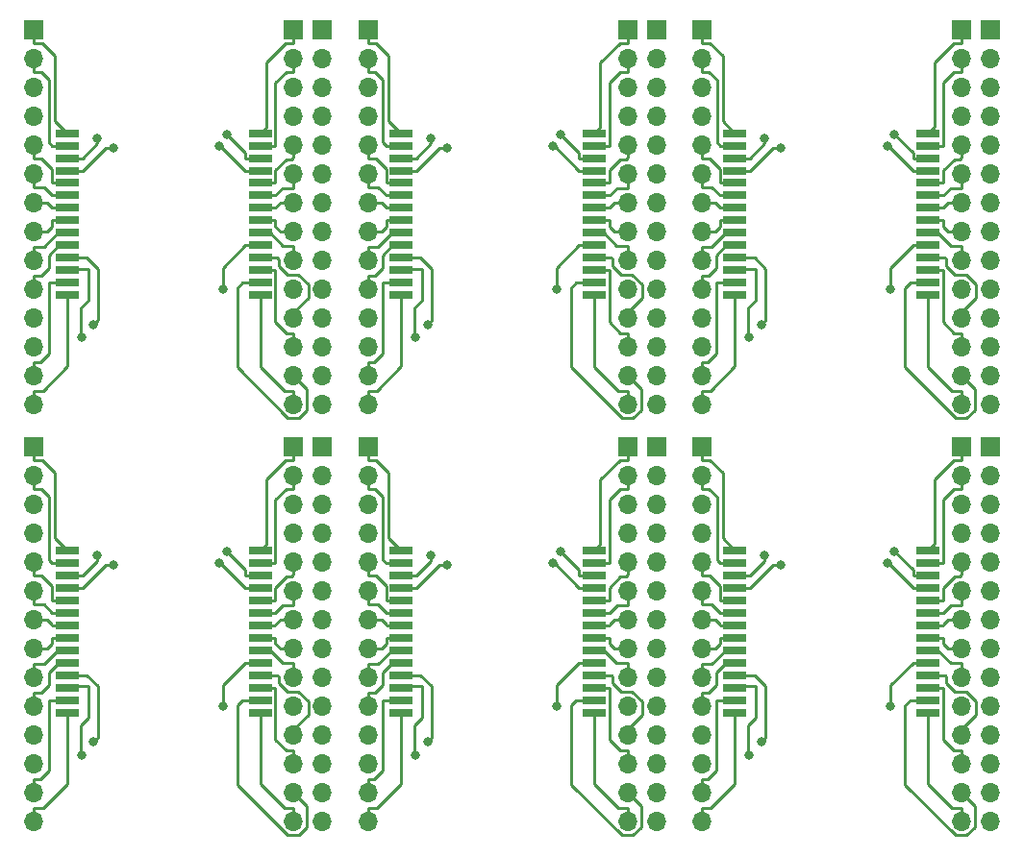
<source format=gbr>
G04 #@! TF.GenerationSoftware,KiCad,Pcbnew,5.1.5+dfsg1-2build2*
G04 #@! TF.CreationDate,2022-08-21T19:05:58-05:00*
G04 #@! TF.ProjectId,,58585858-5858-4585-9858-585858585858,rev?*
G04 #@! TF.SameCoordinates,Original*
G04 #@! TF.FileFunction,Copper,L1,Top*
G04 #@! TF.FilePolarity,Positive*
%FSLAX46Y46*%
G04 Gerber Fmt 4.6, Leading zero omitted, Abs format (unit mm)*
G04 Created by KiCad (PCBNEW 5.1.5+dfsg1-2build2) date 2022-08-21 19:05:58*
%MOMM*%
%LPD*%
G04 APERTURE LIST*
%ADD10R,2.000000X0.800000*%
%ADD11R,1.700000X1.700000*%
%ADD12O,1.700000X1.700000*%
%ADD13C,0.800000*%
%ADD14C,0.250000*%
G04 APERTURE END LIST*
D10*
X154292700Y-108285720D03*
X154292700Y-107185720D03*
X154292700Y-106085720D03*
X154292700Y-104985720D03*
X154292700Y-103885720D03*
X154292700Y-102785720D03*
X154292700Y-101685720D03*
X154292700Y-100585720D03*
X154292700Y-99485720D03*
X154292700Y-98385720D03*
X154292700Y-97285720D03*
X154292700Y-96185720D03*
X154292700Y-95085720D03*
X154292700Y-93985720D03*
X171292700Y-108285720D03*
X171292700Y-107185720D03*
X171292700Y-106085720D03*
X171292700Y-104985720D03*
X171292700Y-103885720D03*
X171292700Y-102785720D03*
X171292700Y-101685720D03*
X171292700Y-100585720D03*
X171292700Y-99485720D03*
X171292700Y-98385720D03*
X171292700Y-97285720D03*
X171292700Y-96185720D03*
X171292700Y-95085720D03*
X171292700Y-93985720D03*
X124892700Y-108285720D03*
X124892700Y-107185720D03*
X124892700Y-106085720D03*
X124892700Y-104985720D03*
X124892700Y-103885720D03*
X124892700Y-102785720D03*
X124892700Y-101685720D03*
X124892700Y-100585720D03*
X124892700Y-99485720D03*
X124892700Y-98385720D03*
X124892700Y-97285720D03*
X124892700Y-96185720D03*
X124892700Y-95085720D03*
X124892700Y-93985720D03*
X141892700Y-108285720D03*
X141892700Y-107185720D03*
X141892700Y-106085720D03*
X141892700Y-104985720D03*
X141892700Y-103885720D03*
X141892700Y-102785720D03*
X141892700Y-101685720D03*
X141892700Y-100585720D03*
X141892700Y-99485720D03*
X141892700Y-98385720D03*
X141892700Y-97285720D03*
X141892700Y-96185720D03*
X141892700Y-95085720D03*
X141892700Y-93985720D03*
X95492700Y-108285720D03*
X95492700Y-107185720D03*
X95492700Y-106085720D03*
X95492700Y-104985720D03*
X95492700Y-103885720D03*
X95492700Y-102785720D03*
X95492700Y-101685720D03*
X95492700Y-100585720D03*
X95492700Y-99485720D03*
X95492700Y-98385720D03*
X95492700Y-97285720D03*
X95492700Y-96185720D03*
X95492700Y-95085720D03*
X95492700Y-93985720D03*
X112492700Y-108285720D03*
X112492700Y-107185720D03*
X112492700Y-106085720D03*
X112492700Y-104985720D03*
X112492700Y-103885720D03*
X112492700Y-102785720D03*
X112492700Y-101685720D03*
X112492700Y-100585720D03*
X112492700Y-99485720D03*
X112492700Y-98385720D03*
X112492700Y-97285720D03*
X112492700Y-96185720D03*
X112492700Y-95085720D03*
X112492700Y-93985720D03*
X154292700Y-71525720D03*
X154292700Y-70425720D03*
X154292700Y-69325720D03*
X154292700Y-68225720D03*
X154292700Y-67125720D03*
X154292700Y-66025720D03*
X154292700Y-64925720D03*
X154292700Y-63825720D03*
X154292700Y-62725720D03*
X154292700Y-61625720D03*
X154292700Y-60525720D03*
X154292700Y-59425720D03*
X154292700Y-58325720D03*
X154292700Y-57225720D03*
X171292700Y-71525720D03*
X171292700Y-70425720D03*
X171292700Y-69325720D03*
X171292700Y-68225720D03*
X171292700Y-67125720D03*
X171292700Y-66025720D03*
X171292700Y-64925720D03*
X171292700Y-63825720D03*
X171292700Y-62725720D03*
X171292700Y-61625720D03*
X171292700Y-60525720D03*
X171292700Y-59425720D03*
X171292700Y-58325720D03*
X171292700Y-57225720D03*
X124892700Y-71525720D03*
X124892700Y-70425720D03*
X124892700Y-69325720D03*
X124892700Y-68225720D03*
X124892700Y-67125720D03*
X124892700Y-66025720D03*
X124892700Y-64925720D03*
X124892700Y-63825720D03*
X124892700Y-62725720D03*
X124892700Y-61625720D03*
X124892700Y-60525720D03*
X124892700Y-59425720D03*
X124892700Y-58325720D03*
X124892700Y-57225720D03*
X141892700Y-71525720D03*
X141892700Y-70425720D03*
X141892700Y-69325720D03*
X141892700Y-68225720D03*
X141892700Y-67125720D03*
X141892700Y-66025720D03*
X141892700Y-64925720D03*
X141892700Y-63825720D03*
X141892700Y-62725720D03*
X141892700Y-61625720D03*
X141892700Y-60525720D03*
X141892700Y-59425720D03*
X141892700Y-58325720D03*
X141892700Y-57225720D03*
D11*
X176763800Y-84865720D03*
D12*
X176763800Y-87405720D03*
X176763800Y-89945720D03*
X176763800Y-92485720D03*
X176763800Y-95025720D03*
X176763800Y-97565720D03*
X176763800Y-100105720D03*
X176763800Y-102645720D03*
X176763800Y-105185720D03*
X176763800Y-107725720D03*
X176763800Y-110265720D03*
X176763800Y-112805720D03*
X176763800Y-115345720D03*
X176763800Y-117885720D03*
D11*
X147363800Y-84865720D03*
D12*
X147363800Y-87405720D03*
X147363800Y-89945720D03*
X147363800Y-92485720D03*
X147363800Y-95025720D03*
X147363800Y-97565720D03*
X147363800Y-100105720D03*
X147363800Y-102645720D03*
X147363800Y-105185720D03*
X147363800Y-107725720D03*
X147363800Y-110265720D03*
X147363800Y-112805720D03*
X147363800Y-115345720D03*
X147363800Y-117885720D03*
D11*
X117963800Y-84865720D03*
D12*
X117963800Y-87405720D03*
X117963800Y-89945720D03*
X117963800Y-92485720D03*
X117963800Y-95025720D03*
X117963800Y-97565720D03*
X117963800Y-100105720D03*
X117963800Y-102645720D03*
X117963800Y-105185720D03*
X117963800Y-107725720D03*
X117963800Y-110265720D03*
X117963800Y-112805720D03*
X117963800Y-115345720D03*
X117963800Y-117885720D03*
D11*
X176763800Y-48105720D03*
D12*
X176763800Y-50645720D03*
X176763800Y-53185720D03*
X176763800Y-55725720D03*
X176763800Y-58265720D03*
X176763800Y-60805720D03*
X176763800Y-63345720D03*
X176763800Y-65885720D03*
X176763800Y-68425720D03*
X176763800Y-70965720D03*
X176763800Y-73505720D03*
X176763800Y-76045720D03*
X176763800Y-78585720D03*
X176763800Y-81125720D03*
D11*
X147363800Y-48105720D03*
D12*
X147363800Y-50645720D03*
X147363800Y-53185720D03*
X147363800Y-55725720D03*
X147363800Y-58265720D03*
X147363800Y-60805720D03*
X147363800Y-63345720D03*
X147363800Y-65885720D03*
X147363800Y-68425720D03*
X147363800Y-70965720D03*
X147363800Y-73505720D03*
X147363800Y-76045720D03*
X147363800Y-78585720D03*
X147363800Y-81125720D03*
D11*
X151363800Y-84865720D03*
D12*
X151363800Y-87405720D03*
X151363800Y-89945720D03*
X151363800Y-92485720D03*
X151363800Y-95025720D03*
X151363800Y-97565720D03*
X151363800Y-100105720D03*
X151363800Y-102645720D03*
X151363800Y-105185720D03*
X151363800Y-107725720D03*
X151363800Y-110265720D03*
X151363800Y-112805720D03*
X151363800Y-115345720D03*
X151363800Y-117885720D03*
D11*
X121963800Y-84865720D03*
D12*
X121963800Y-87405720D03*
X121963800Y-89945720D03*
X121963800Y-92485720D03*
X121963800Y-95025720D03*
X121963800Y-97565720D03*
X121963800Y-100105720D03*
X121963800Y-102645720D03*
X121963800Y-105185720D03*
X121963800Y-107725720D03*
X121963800Y-110265720D03*
X121963800Y-112805720D03*
X121963800Y-115345720D03*
X121963800Y-117885720D03*
D11*
X92563800Y-84865720D03*
D12*
X92563800Y-87405720D03*
X92563800Y-89945720D03*
X92563800Y-92485720D03*
X92563800Y-95025720D03*
X92563800Y-97565720D03*
X92563800Y-100105720D03*
X92563800Y-102645720D03*
X92563800Y-105185720D03*
X92563800Y-107725720D03*
X92563800Y-110265720D03*
X92563800Y-112805720D03*
X92563800Y-115345720D03*
X92563800Y-117885720D03*
D11*
X151363800Y-48105720D03*
D12*
X151363800Y-50645720D03*
X151363800Y-53185720D03*
X151363800Y-55725720D03*
X151363800Y-58265720D03*
X151363800Y-60805720D03*
X151363800Y-63345720D03*
X151363800Y-65885720D03*
X151363800Y-68425720D03*
X151363800Y-70965720D03*
X151363800Y-73505720D03*
X151363800Y-76045720D03*
X151363800Y-78585720D03*
X151363800Y-81125720D03*
D11*
X121963800Y-48105720D03*
D12*
X121963800Y-50645720D03*
X121963800Y-53185720D03*
X121963800Y-55725720D03*
X121963800Y-58265720D03*
X121963800Y-60805720D03*
X121963800Y-63345720D03*
X121963800Y-65885720D03*
X121963800Y-68425720D03*
X121963800Y-70965720D03*
X121963800Y-73505720D03*
X121963800Y-76045720D03*
X121963800Y-78585720D03*
X121963800Y-81125720D03*
D11*
X174223800Y-84865720D03*
D12*
X174223800Y-87405720D03*
X174223800Y-89945720D03*
X174223800Y-92485720D03*
X174223800Y-95025720D03*
X174223800Y-97565720D03*
X174223800Y-100105720D03*
X174223800Y-102645720D03*
X174223800Y-105185720D03*
X174223800Y-107725720D03*
X174223800Y-110265720D03*
X174223800Y-112805720D03*
X174223800Y-115345720D03*
X174223800Y-117885720D03*
D11*
X144823800Y-84865720D03*
D12*
X144823800Y-87405720D03*
X144823800Y-89945720D03*
X144823800Y-92485720D03*
X144823800Y-95025720D03*
X144823800Y-97565720D03*
X144823800Y-100105720D03*
X144823800Y-102645720D03*
X144823800Y-105185720D03*
X144823800Y-107725720D03*
X144823800Y-110265720D03*
X144823800Y-112805720D03*
X144823800Y-115345720D03*
X144823800Y-117885720D03*
D11*
X115423800Y-84865720D03*
D12*
X115423800Y-87405720D03*
X115423800Y-89945720D03*
X115423800Y-92485720D03*
X115423800Y-95025720D03*
X115423800Y-97565720D03*
X115423800Y-100105720D03*
X115423800Y-102645720D03*
X115423800Y-105185720D03*
X115423800Y-107725720D03*
X115423800Y-110265720D03*
X115423800Y-112805720D03*
X115423800Y-115345720D03*
X115423800Y-117885720D03*
D11*
X174223800Y-48105720D03*
D12*
X174223800Y-50645720D03*
X174223800Y-53185720D03*
X174223800Y-55725720D03*
X174223800Y-58265720D03*
X174223800Y-60805720D03*
X174223800Y-63345720D03*
X174223800Y-65885720D03*
X174223800Y-68425720D03*
X174223800Y-70965720D03*
X174223800Y-73505720D03*
X174223800Y-76045720D03*
X174223800Y-78585720D03*
X174223800Y-81125720D03*
D11*
X144823800Y-48105720D03*
D12*
X144823800Y-50645720D03*
X144823800Y-53185720D03*
X144823800Y-55725720D03*
X144823800Y-58265720D03*
X144823800Y-60805720D03*
X144823800Y-63345720D03*
X144823800Y-65885720D03*
X144823800Y-68425720D03*
X144823800Y-70965720D03*
X144823800Y-73505720D03*
X144823800Y-76045720D03*
X144823800Y-78585720D03*
X144823800Y-81125720D03*
D10*
X112492700Y-57225720D03*
X112492700Y-58325720D03*
X112492700Y-59425720D03*
X112492700Y-60525720D03*
X112492700Y-61625720D03*
X112492700Y-62725720D03*
X112492700Y-63825720D03*
X112492700Y-64925720D03*
X112492700Y-66025720D03*
X112492700Y-67125720D03*
X112492700Y-68225720D03*
X112492700Y-69325720D03*
X112492700Y-70425720D03*
X112492700Y-71525720D03*
X95492700Y-57225720D03*
X95492700Y-58325720D03*
X95492700Y-59425720D03*
X95492700Y-60525720D03*
X95492700Y-61625720D03*
X95492700Y-62725720D03*
X95492700Y-63825720D03*
X95492700Y-64925720D03*
X95492700Y-66025720D03*
X95492700Y-67125720D03*
X95492700Y-68225720D03*
X95492700Y-69325720D03*
X95492700Y-70425720D03*
X95492700Y-71525720D03*
D12*
X117963800Y-81125720D03*
X117963800Y-78585720D03*
X117963800Y-76045720D03*
X117963800Y-73505720D03*
X117963800Y-70965720D03*
X117963800Y-68425720D03*
X117963800Y-65885720D03*
X117963800Y-63345720D03*
X117963800Y-60805720D03*
X117963800Y-58265720D03*
X117963800Y-55725720D03*
X117963800Y-53185720D03*
X117963800Y-50645720D03*
D11*
X117963800Y-48105720D03*
D12*
X115423800Y-81125720D03*
X115423800Y-78585720D03*
X115423800Y-76045720D03*
X115423800Y-73505720D03*
X115423800Y-70965720D03*
X115423800Y-68425720D03*
X115423800Y-65885720D03*
X115423800Y-63345720D03*
X115423800Y-60805720D03*
X115423800Y-58265720D03*
X115423800Y-55725720D03*
X115423800Y-53185720D03*
X115423800Y-50645720D03*
D11*
X115423800Y-48105720D03*
D12*
X92563800Y-81125720D03*
X92563800Y-78585720D03*
X92563800Y-76045720D03*
X92563800Y-73505720D03*
X92563800Y-70965720D03*
X92563800Y-68425720D03*
X92563800Y-65885720D03*
X92563800Y-63345720D03*
X92563800Y-60805720D03*
X92563800Y-58265720D03*
X92563800Y-55725720D03*
X92563800Y-53185720D03*
X92563800Y-50645720D03*
D11*
X92563800Y-48105720D03*
D13*
X109189520Y-70947280D03*
X138589520Y-70947280D03*
X167989520Y-70947280D03*
X109189520Y-107707280D03*
X138589520Y-107707280D03*
X167989520Y-107707280D03*
X96740800Y-75254820D03*
X126140800Y-75254820D03*
X155540800Y-75254820D03*
X96740800Y-112014820D03*
X126140800Y-112014820D03*
X155540800Y-112014820D03*
X97800160Y-74086720D03*
X127200160Y-74086720D03*
X156600160Y-74086720D03*
X97800160Y-110846720D03*
X127200160Y-110846720D03*
X156600160Y-110846720D03*
X99552760Y-58496200D03*
X128952760Y-58496200D03*
X158352760Y-58496200D03*
X99552760Y-95256200D03*
X128952760Y-95256200D03*
X158352760Y-95256200D03*
X98099880Y-57668160D03*
X127499880Y-57668160D03*
X156899880Y-57668160D03*
X98099880Y-94428160D03*
X127499880Y-94428160D03*
X156899880Y-94428160D03*
X108884720Y-58352220D03*
X138284720Y-58352220D03*
X167684720Y-58352220D03*
X108884720Y-95112220D03*
X138284720Y-95112220D03*
X167684720Y-95112220D03*
X109540040Y-57353200D03*
X138940040Y-57353200D03*
X168340040Y-57353200D03*
X109540040Y-94113200D03*
X138940040Y-94113200D03*
X168340040Y-94113200D03*
D14*
X94167400Y-58325720D02*
X95492700Y-58325720D01*
X93903800Y-58062120D02*
X94167400Y-58325720D01*
X93903800Y-52542440D02*
X93903800Y-58062120D01*
X93182380Y-51821020D02*
X93903800Y-52542440D01*
X92563800Y-51821020D02*
X93182380Y-51821020D01*
X92563800Y-50645720D02*
X92563800Y-51821020D01*
X122582380Y-51821020D02*
X123303800Y-52542440D01*
X151982380Y-51821020D02*
X152703800Y-52542440D01*
X93182380Y-88581020D02*
X93903800Y-89302440D01*
X122582380Y-88581020D02*
X123303800Y-89302440D01*
X151982380Y-88581020D02*
X152703800Y-89302440D01*
X123303800Y-52542440D02*
X123303800Y-58062120D01*
X152703800Y-52542440D02*
X152703800Y-58062120D01*
X93903800Y-89302440D02*
X93903800Y-94822120D01*
X123303800Y-89302440D02*
X123303800Y-94822120D01*
X152703800Y-89302440D02*
X152703800Y-94822120D01*
X123303800Y-58062120D02*
X123567400Y-58325720D01*
X152703800Y-58062120D02*
X152967400Y-58325720D01*
X93903800Y-94822120D02*
X94167400Y-95085720D01*
X123303800Y-94822120D02*
X123567400Y-95085720D01*
X152703800Y-94822120D02*
X152967400Y-95085720D01*
X123567400Y-58325720D02*
X124892700Y-58325720D01*
X152967400Y-58325720D02*
X154292700Y-58325720D01*
X94167400Y-95085720D02*
X95492700Y-95085720D01*
X123567400Y-95085720D02*
X124892700Y-95085720D01*
X152967400Y-95085720D02*
X154292700Y-95085720D01*
X121963800Y-50645720D02*
X121963800Y-51821020D01*
X151363800Y-50645720D02*
X151363800Y-51821020D01*
X92563800Y-87405720D02*
X92563800Y-88581020D01*
X121963800Y-87405720D02*
X121963800Y-88581020D01*
X151363800Y-87405720D02*
X151363800Y-88581020D01*
X121963800Y-51821020D02*
X122582380Y-51821020D01*
X151363800Y-51821020D02*
X151982380Y-51821020D01*
X92563800Y-88581020D02*
X93182380Y-88581020D01*
X121963800Y-88581020D02*
X122582380Y-88581020D01*
X151363800Y-88581020D02*
X151982380Y-88581020D01*
X94402200Y-50414480D02*
X94402200Y-56135220D01*
X94402200Y-56135220D02*
X95492700Y-57225720D01*
X93268740Y-49281020D02*
X94402200Y-50414480D01*
X92563800Y-49281020D02*
X93268740Y-49281020D01*
X92563800Y-48105720D02*
X92563800Y-49281020D01*
X123802200Y-56135220D02*
X124892700Y-57225720D01*
X153202200Y-56135220D02*
X154292700Y-57225720D01*
X94402200Y-92895220D02*
X95492700Y-93985720D01*
X123802200Y-92895220D02*
X124892700Y-93985720D01*
X153202200Y-92895220D02*
X154292700Y-93985720D01*
X123802200Y-50414480D02*
X123802200Y-56135220D01*
X153202200Y-50414480D02*
X153202200Y-56135220D01*
X94402200Y-87174480D02*
X94402200Y-92895220D01*
X123802200Y-87174480D02*
X123802200Y-92895220D01*
X153202200Y-87174480D02*
X153202200Y-92895220D01*
X122668740Y-49281020D02*
X123802200Y-50414480D01*
X152068740Y-49281020D02*
X153202200Y-50414480D01*
X93268740Y-86041020D02*
X94402200Y-87174480D01*
X122668740Y-86041020D02*
X123802200Y-87174480D01*
X152068740Y-86041020D02*
X153202200Y-87174480D01*
X121963800Y-48105720D02*
X121963800Y-49281020D01*
X151363800Y-48105720D02*
X151363800Y-49281020D01*
X92563800Y-84865720D02*
X92563800Y-86041020D01*
X121963800Y-84865720D02*
X121963800Y-86041020D01*
X151363800Y-84865720D02*
X151363800Y-86041020D01*
X121963800Y-49281020D02*
X122668740Y-49281020D01*
X151363800Y-49281020D02*
X152068740Y-49281020D01*
X92563800Y-86041020D02*
X93268740Y-86041020D01*
X121963800Y-86041020D02*
X122668740Y-86041020D01*
X151363800Y-86041020D02*
X152068740Y-86041020D01*
X112492700Y-63825720D02*
X113818000Y-63825720D01*
X115423800Y-63345720D02*
X114248500Y-63345720D01*
X114248500Y-63345720D02*
X113818000Y-63776220D01*
X113818000Y-63776220D02*
X113818000Y-63825720D01*
X141892700Y-63825720D02*
X143218000Y-63825720D01*
X171292700Y-63825720D02*
X172618000Y-63825720D01*
X112492700Y-100585720D02*
X113818000Y-100585720D01*
X141892700Y-100585720D02*
X143218000Y-100585720D01*
X171292700Y-100585720D02*
X172618000Y-100585720D01*
X143218000Y-63776220D02*
X143218000Y-63825720D01*
X172618000Y-63776220D02*
X172618000Y-63825720D01*
X113818000Y-100536220D02*
X113818000Y-100585720D01*
X143218000Y-100536220D02*
X143218000Y-100585720D01*
X172618000Y-100536220D02*
X172618000Y-100585720D01*
X144823800Y-63345720D02*
X143648500Y-63345720D01*
X174223800Y-63345720D02*
X173048500Y-63345720D01*
X115423800Y-100105720D02*
X114248500Y-100105720D01*
X144823800Y-100105720D02*
X143648500Y-100105720D01*
X174223800Y-100105720D02*
X173048500Y-100105720D01*
X143648500Y-63345720D02*
X143218000Y-63776220D01*
X173048500Y-63345720D02*
X172618000Y-63776220D01*
X114248500Y-100105720D02*
X113818000Y-100536220D01*
X143648500Y-100105720D02*
X143218000Y-100536220D01*
X173048500Y-100105720D02*
X172618000Y-100536220D01*
X112492700Y-64925720D02*
X113818000Y-64925720D01*
X115423800Y-65885720D02*
X114248500Y-65885720D01*
X114248500Y-65885720D02*
X113818000Y-65455220D01*
X113818000Y-65455220D02*
X113818000Y-64925720D01*
X144823800Y-65885720D02*
X143648500Y-65885720D01*
X174223800Y-65885720D02*
X173048500Y-65885720D01*
X115423800Y-102645720D02*
X114248500Y-102645720D01*
X144823800Y-102645720D02*
X143648500Y-102645720D01*
X174223800Y-102645720D02*
X173048500Y-102645720D01*
X143648500Y-65885720D02*
X143218000Y-65455220D01*
X173048500Y-65885720D02*
X172618000Y-65455220D01*
X114248500Y-102645720D02*
X113818000Y-102215220D01*
X143648500Y-102645720D02*
X143218000Y-102215220D01*
X173048500Y-102645720D02*
X172618000Y-102215220D01*
X141892700Y-64925720D02*
X143218000Y-64925720D01*
X171292700Y-64925720D02*
X172618000Y-64925720D01*
X112492700Y-101685720D02*
X113818000Y-101685720D01*
X141892700Y-101685720D02*
X143218000Y-101685720D01*
X171292700Y-101685720D02*
X172618000Y-101685720D01*
X143218000Y-65455220D02*
X143218000Y-64925720D01*
X172618000Y-65455220D02*
X172618000Y-64925720D01*
X113818000Y-102215220D02*
X113818000Y-101685720D01*
X143218000Y-102215220D02*
X143218000Y-101685720D01*
X172618000Y-102215220D02*
X172618000Y-101685720D01*
X115423800Y-67172840D02*
X115423800Y-68425720D01*
X114471120Y-67172840D02*
X115423800Y-67172840D01*
X113324000Y-66025720D02*
X114471120Y-67172840D01*
X112492700Y-66025720D02*
X113324000Y-66025720D01*
X141892700Y-66025720D02*
X142724000Y-66025720D01*
X171292700Y-66025720D02*
X172124000Y-66025720D01*
X112492700Y-102785720D02*
X113324000Y-102785720D01*
X141892700Y-102785720D02*
X142724000Y-102785720D01*
X171292700Y-102785720D02*
X172124000Y-102785720D01*
X142724000Y-66025720D02*
X143871120Y-67172840D01*
X172124000Y-66025720D02*
X173271120Y-67172840D01*
X113324000Y-102785720D02*
X114471120Y-103932840D01*
X142724000Y-102785720D02*
X143871120Y-103932840D01*
X172124000Y-102785720D02*
X173271120Y-103932840D01*
X143871120Y-67172840D02*
X144823800Y-67172840D01*
X173271120Y-67172840D02*
X174223800Y-67172840D01*
X114471120Y-103932840D02*
X115423800Y-103932840D01*
X143871120Y-103932840D02*
X144823800Y-103932840D01*
X173271120Y-103932840D02*
X174223800Y-103932840D01*
X144823800Y-67172840D02*
X144823800Y-68425720D01*
X174223800Y-67172840D02*
X174223800Y-68425720D01*
X115423800Y-103932840D02*
X115423800Y-105185720D01*
X144823800Y-103932840D02*
X144823800Y-105185720D01*
X174223800Y-103932840D02*
X174223800Y-105185720D01*
X111167400Y-67125720D02*
X112492700Y-67125720D01*
X109189520Y-70947280D02*
X109189520Y-69103600D01*
X109189520Y-69103600D02*
X111167400Y-67125720D01*
X138589520Y-70947280D02*
X138589520Y-69103600D01*
X167989520Y-70947280D02*
X167989520Y-69103600D01*
X109189520Y-107707280D02*
X109189520Y-105863600D01*
X138589520Y-107707280D02*
X138589520Y-105863600D01*
X167989520Y-107707280D02*
X167989520Y-105863600D01*
X140567400Y-67125720D02*
X141892700Y-67125720D01*
X169967400Y-67125720D02*
X171292700Y-67125720D01*
X111167400Y-103885720D02*
X112492700Y-103885720D01*
X140567400Y-103885720D02*
X141892700Y-103885720D01*
X169967400Y-103885720D02*
X171292700Y-103885720D01*
X138589520Y-69103600D02*
X140567400Y-67125720D01*
X167989520Y-69103600D02*
X169967400Y-67125720D01*
X109189520Y-105863600D02*
X111167400Y-103885720D01*
X138589520Y-105863600D02*
X140567400Y-103885720D01*
X167989520Y-105863600D02*
X169967400Y-103885720D01*
X110920120Y-70425720D02*
X112492700Y-70425720D01*
X110459520Y-70886320D02*
X110920120Y-70425720D01*
X110459520Y-77874440D02*
X110459520Y-70886320D01*
X114919900Y-82334820D02*
X110459520Y-77874440D01*
X115884600Y-82334820D02*
X114919900Y-82334820D01*
X116609500Y-81609920D02*
X115884600Y-82334820D01*
X116609500Y-79771420D02*
X116609500Y-81609920D01*
X115423800Y-78585720D02*
X116609500Y-79771420D01*
X139859520Y-70886320D02*
X140320120Y-70425720D01*
X169259520Y-70886320D02*
X169720120Y-70425720D01*
X110459520Y-107646320D02*
X110920120Y-107185720D01*
X139859520Y-107646320D02*
X140320120Y-107185720D01*
X169259520Y-107646320D02*
X169720120Y-107185720D01*
X139859520Y-77874440D02*
X139859520Y-70886320D01*
X169259520Y-77874440D02*
X169259520Y-70886320D01*
X110459520Y-114634440D02*
X110459520Y-107646320D01*
X139859520Y-114634440D02*
X139859520Y-107646320D01*
X169259520Y-114634440D02*
X169259520Y-107646320D01*
X145284600Y-82334820D02*
X144319900Y-82334820D01*
X174684600Y-82334820D02*
X173719900Y-82334820D01*
X115884600Y-119094820D02*
X114919900Y-119094820D01*
X145284600Y-119094820D02*
X144319900Y-119094820D01*
X174684600Y-119094820D02*
X173719900Y-119094820D01*
X144823800Y-78585720D02*
X146009500Y-79771420D01*
X174223800Y-78585720D02*
X175409500Y-79771420D01*
X115423800Y-115345720D02*
X116609500Y-116531420D01*
X144823800Y-115345720D02*
X146009500Y-116531420D01*
X174223800Y-115345720D02*
X175409500Y-116531420D01*
X146009500Y-81609920D02*
X145284600Y-82334820D01*
X175409500Y-81609920D02*
X174684600Y-82334820D01*
X116609500Y-118369920D02*
X115884600Y-119094820D01*
X146009500Y-118369920D02*
X145284600Y-119094820D01*
X175409500Y-118369920D02*
X174684600Y-119094820D01*
X146009500Y-79771420D02*
X146009500Y-81609920D01*
X175409500Y-79771420D02*
X175409500Y-81609920D01*
X116609500Y-116531420D02*
X116609500Y-118369920D01*
X146009500Y-116531420D02*
X146009500Y-118369920D01*
X175409500Y-116531420D02*
X175409500Y-118369920D01*
X140320120Y-70425720D02*
X141892700Y-70425720D01*
X169720120Y-70425720D02*
X171292700Y-70425720D01*
X110920120Y-107185720D02*
X112492700Y-107185720D01*
X140320120Y-107185720D02*
X141892700Y-107185720D01*
X169720120Y-107185720D02*
X171292700Y-107185720D01*
X144319900Y-82334820D02*
X139859520Y-77874440D01*
X173719900Y-82334820D02*
X169259520Y-77874440D01*
X114919900Y-119094820D02*
X110459520Y-114634440D01*
X144319900Y-119094820D02*
X139859520Y-114634440D01*
X173719900Y-119094820D02*
X169259520Y-114634440D01*
X112492700Y-77821700D02*
X112492700Y-71525720D01*
X114621420Y-79950420D02*
X112492700Y-77821700D01*
X115423800Y-79950420D02*
X114621420Y-79950420D01*
X115423800Y-81125720D02*
X115423800Y-79950420D01*
X144021420Y-79950420D02*
X141892700Y-77821700D01*
X173421420Y-79950420D02*
X171292700Y-77821700D01*
X114621420Y-116710420D02*
X112492700Y-114581700D01*
X144021420Y-116710420D02*
X141892700Y-114581700D01*
X173421420Y-116710420D02*
X171292700Y-114581700D01*
X141892700Y-77821700D02*
X141892700Y-71525720D01*
X171292700Y-77821700D02*
X171292700Y-71525720D01*
X112492700Y-114581700D02*
X112492700Y-108285720D01*
X141892700Y-114581700D02*
X141892700Y-108285720D01*
X171292700Y-114581700D02*
X171292700Y-108285720D01*
X144823800Y-79950420D02*
X144021420Y-79950420D01*
X174223800Y-79950420D02*
X173421420Y-79950420D01*
X115423800Y-116710420D02*
X114621420Y-116710420D01*
X144823800Y-116710420D02*
X144021420Y-116710420D01*
X174223800Y-116710420D02*
X173421420Y-116710420D01*
X144823800Y-81125720D02*
X144823800Y-79950420D01*
X174223800Y-81125720D02*
X174223800Y-79950420D01*
X115423800Y-117885720D02*
X115423800Y-116710420D01*
X144823800Y-117885720D02*
X144823800Y-116710420D01*
X174223800Y-117885720D02*
X174223800Y-116710420D01*
X93868240Y-76657200D02*
X93868240Y-70425720D01*
X93868240Y-70425720D02*
X95492700Y-70425720D01*
X93115020Y-77410420D02*
X93868240Y-76657200D01*
X92563800Y-77410420D02*
X93115020Y-77410420D01*
X92563800Y-78585720D02*
X92563800Y-77410420D01*
X123268240Y-70425720D02*
X124892700Y-70425720D01*
X152668240Y-70425720D02*
X154292700Y-70425720D01*
X93868240Y-107185720D02*
X95492700Y-107185720D01*
X123268240Y-107185720D02*
X124892700Y-107185720D01*
X152668240Y-107185720D02*
X154292700Y-107185720D01*
X121963800Y-77410420D02*
X122515020Y-77410420D01*
X151363800Y-77410420D02*
X151915020Y-77410420D01*
X92563800Y-114170420D02*
X93115020Y-114170420D01*
X121963800Y-114170420D02*
X122515020Y-114170420D01*
X151363800Y-114170420D02*
X151915020Y-114170420D01*
X121963800Y-78585720D02*
X121963800Y-77410420D01*
X151363800Y-78585720D02*
X151363800Y-77410420D01*
X92563800Y-115345720D02*
X92563800Y-114170420D01*
X121963800Y-115345720D02*
X121963800Y-114170420D01*
X151363800Y-115345720D02*
X151363800Y-114170420D01*
X122515020Y-77410420D02*
X123268240Y-76657200D01*
X151915020Y-77410420D02*
X152668240Y-76657200D01*
X93115020Y-114170420D02*
X93868240Y-113417200D01*
X122515020Y-114170420D02*
X123268240Y-113417200D01*
X151915020Y-114170420D02*
X152668240Y-113417200D01*
X123268240Y-76657200D02*
X123268240Y-70425720D01*
X152668240Y-76657200D02*
X152668240Y-70425720D01*
X93868240Y-113417200D02*
X93868240Y-107185720D01*
X123268240Y-113417200D02*
X123268240Y-107185720D01*
X152668240Y-113417200D02*
X152668240Y-107185720D01*
X96678100Y-75192120D02*
X96740800Y-75254820D01*
X96678100Y-72628140D02*
X96678100Y-75192120D01*
X97337880Y-71968360D02*
X96678100Y-72628140D01*
X97337880Y-69164200D02*
X97337880Y-71968360D01*
X95654220Y-69164200D02*
X97337880Y-69164200D01*
X95492700Y-69325720D02*
X95654220Y-69164200D01*
X126078100Y-75192120D02*
X126140800Y-75254820D01*
X155478100Y-75192120D02*
X155540800Y-75254820D01*
X96678100Y-111952120D02*
X96740800Y-112014820D01*
X126078100Y-111952120D02*
X126140800Y-112014820D01*
X155478100Y-111952120D02*
X155540800Y-112014820D01*
X126078100Y-72628140D02*
X126078100Y-75192120D01*
X155478100Y-72628140D02*
X155478100Y-75192120D01*
X96678100Y-109388140D02*
X96678100Y-111952120D01*
X126078100Y-109388140D02*
X126078100Y-111952120D01*
X155478100Y-109388140D02*
X155478100Y-111952120D01*
X126737880Y-71968360D02*
X126078100Y-72628140D01*
X156137880Y-71968360D02*
X155478100Y-72628140D01*
X97337880Y-108728360D02*
X96678100Y-109388140D01*
X126737880Y-108728360D02*
X126078100Y-109388140D01*
X156137880Y-108728360D02*
X155478100Y-109388140D01*
X126737880Y-69164200D02*
X126737880Y-71968360D01*
X156137880Y-69164200D02*
X156137880Y-71968360D01*
X97337880Y-105924200D02*
X97337880Y-108728360D01*
X126737880Y-105924200D02*
X126737880Y-108728360D01*
X156137880Y-105924200D02*
X156137880Y-108728360D01*
X124892700Y-69325720D02*
X125054220Y-69164200D01*
X154292700Y-69325720D02*
X154454220Y-69164200D01*
X95492700Y-106085720D02*
X95654220Y-105924200D01*
X124892700Y-106085720D02*
X125054220Y-105924200D01*
X154292700Y-106085720D02*
X154454220Y-105924200D01*
X125054220Y-69164200D02*
X126737880Y-69164200D01*
X154454220Y-69164200D02*
X156137880Y-69164200D01*
X95654220Y-105924200D02*
X97337880Y-105924200D01*
X125054220Y-105924200D02*
X126737880Y-105924200D01*
X154454220Y-105924200D02*
X156137880Y-105924200D01*
X98165920Y-69194680D02*
X97196960Y-68225720D01*
X98165920Y-73720960D02*
X98165920Y-69194680D01*
X97196960Y-68225720D02*
X95492700Y-68225720D01*
X97800160Y-74086720D02*
X98165920Y-73720960D01*
X126596960Y-68225720D02*
X124892700Y-68225720D01*
X155996960Y-68225720D02*
X154292700Y-68225720D01*
X97196960Y-104985720D02*
X95492700Y-104985720D01*
X126596960Y-104985720D02*
X124892700Y-104985720D01*
X155996960Y-104985720D02*
X154292700Y-104985720D01*
X127200160Y-74086720D02*
X127565920Y-73720960D01*
X156600160Y-74086720D02*
X156965920Y-73720960D01*
X97800160Y-110846720D02*
X98165920Y-110480960D01*
X127200160Y-110846720D02*
X127565920Y-110480960D01*
X156600160Y-110846720D02*
X156965920Y-110480960D01*
X127565920Y-73720960D02*
X127565920Y-69194680D01*
X156965920Y-73720960D02*
X156965920Y-69194680D01*
X98165920Y-110480960D02*
X98165920Y-105954680D01*
X127565920Y-110480960D02*
X127565920Y-105954680D01*
X156965920Y-110480960D02*
X156965920Y-105954680D01*
X127565920Y-69194680D02*
X126596960Y-68225720D01*
X156965920Y-69194680D02*
X155996960Y-68225720D01*
X98165920Y-105954680D02*
X97196960Y-104985720D01*
X127565920Y-105954680D02*
X126596960Y-104985720D01*
X156965920Y-105954680D02*
X155996960Y-104985720D01*
X92563800Y-69790420D02*
X92563800Y-70965720D01*
X93165820Y-69790420D02*
X92563800Y-69790420D01*
X93853000Y-69103240D02*
X93165820Y-69790420D01*
X93853000Y-67993420D02*
X93853000Y-69103240D01*
X94720700Y-67125720D02*
X93853000Y-67993420D01*
X95492700Y-67125720D02*
X94720700Y-67125720D01*
X124892700Y-67125720D02*
X124120700Y-67125720D01*
X154292700Y-67125720D02*
X153520700Y-67125720D01*
X95492700Y-103885720D02*
X94720700Y-103885720D01*
X124892700Y-103885720D02*
X124120700Y-103885720D01*
X154292700Y-103885720D02*
X153520700Y-103885720D01*
X121963800Y-69790420D02*
X121963800Y-70965720D01*
X151363800Y-69790420D02*
X151363800Y-70965720D01*
X92563800Y-106550420D02*
X92563800Y-107725720D01*
X121963800Y-106550420D02*
X121963800Y-107725720D01*
X151363800Y-106550420D02*
X151363800Y-107725720D01*
X123253000Y-67993420D02*
X123253000Y-69103240D01*
X152653000Y-67993420D02*
X152653000Y-69103240D01*
X93853000Y-104753420D02*
X93853000Y-105863240D01*
X123253000Y-104753420D02*
X123253000Y-105863240D01*
X152653000Y-104753420D02*
X152653000Y-105863240D01*
X122565820Y-69790420D02*
X121963800Y-69790420D01*
X151965820Y-69790420D02*
X151363800Y-69790420D01*
X93165820Y-106550420D02*
X92563800Y-106550420D01*
X122565820Y-106550420D02*
X121963800Y-106550420D01*
X151965820Y-106550420D02*
X151363800Y-106550420D01*
X124120700Y-67125720D02*
X123253000Y-67993420D01*
X153520700Y-67125720D02*
X152653000Y-67993420D01*
X94720700Y-103885720D02*
X93853000Y-104753420D01*
X124120700Y-103885720D02*
X123253000Y-104753420D01*
X153520700Y-103885720D02*
X152653000Y-104753420D01*
X123253000Y-69103240D02*
X122565820Y-69790420D01*
X152653000Y-69103240D02*
X151965820Y-69790420D01*
X93853000Y-105863240D02*
X93165820Y-106550420D01*
X123253000Y-105863240D02*
X122565820Y-106550420D01*
X152653000Y-105863240D02*
X151965820Y-106550420D01*
X92563800Y-68425720D02*
X92563800Y-67250420D01*
X92563800Y-67250420D02*
X93455600Y-67250420D01*
X93455600Y-67250420D02*
X94680300Y-66025720D01*
X94680300Y-66025720D02*
X95492700Y-66025720D01*
X121963800Y-68425720D02*
X121963800Y-67250420D01*
X151363800Y-68425720D02*
X151363800Y-67250420D01*
X92563800Y-105185720D02*
X92563800Y-104010420D01*
X121963800Y-105185720D02*
X121963800Y-104010420D01*
X151363800Y-105185720D02*
X151363800Y-104010420D01*
X124080300Y-66025720D02*
X124892700Y-66025720D01*
X153480300Y-66025720D02*
X154292700Y-66025720D01*
X94680300Y-102785720D02*
X95492700Y-102785720D01*
X124080300Y-102785720D02*
X124892700Y-102785720D01*
X153480300Y-102785720D02*
X154292700Y-102785720D01*
X122855600Y-67250420D02*
X124080300Y-66025720D01*
X152255600Y-67250420D02*
X153480300Y-66025720D01*
X93455600Y-104010420D02*
X94680300Y-102785720D01*
X122855600Y-104010420D02*
X124080300Y-102785720D01*
X152255600Y-104010420D02*
X153480300Y-102785720D01*
X121963800Y-67250420D02*
X122855600Y-67250420D01*
X151363800Y-67250420D02*
X152255600Y-67250420D01*
X92563800Y-104010420D02*
X93455600Y-104010420D01*
X121963800Y-104010420D02*
X122855600Y-104010420D01*
X151363800Y-104010420D02*
X152255600Y-104010420D01*
X95492700Y-64925720D02*
X94167400Y-64925720D01*
X92563800Y-65885720D02*
X93739100Y-65885720D01*
X93739100Y-65885720D02*
X94167400Y-65457420D01*
X94167400Y-65457420D02*
X94167400Y-64925720D01*
X123139100Y-65885720D02*
X123567400Y-65457420D01*
X152539100Y-65885720D02*
X152967400Y-65457420D01*
X93739100Y-102645720D02*
X94167400Y-102217420D01*
X123139100Y-102645720D02*
X123567400Y-102217420D01*
X152539100Y-102645720D02*
X152967400Y-102217420D01*
X124892700Y-64925720D02*
X123567400Y-64925720D01*
X154292700Y-64925720D02*
X152967400Y-64925720D01*
X95492700Y-101685720D02*
X94167400Y-101685720D01*
X124892700Y-101685720D02*
X123567400Y-101685720D01*
X154292700Y-101685720D02*
X152967400Y-101685720D01*
X123567400Y-65457420D02*
X123567400Y-64925720D01*
X152967400Y-65457420D02*
X152967400Y-64925720D01*
X94167400Y-102217420D02*
X94167400Y-101685720D01*
X123567400Y-102217420D02*
X123567400Y-101685720D01*
X152967400Y-102217420D02*
X152967400Y-101685720D01*
X121963800Y-65885720D02*
X123139100Y-65885720D01*
X151363800Y-65885720D02*
X152539100Y-65885720D01*
X92563800Y-102645720D02*
X93739100Y-102645720D01*
X121963800Y-102645720D02*
X123139100Y-102645720D01*
X151363800Y-102645720D02*
X152539100Y-102645720D01*
X95492700Y-63825720D02*
X94167400Y-63825720D01*
X92563800Y-63345720D02*
X93739100Y-63345720D01*
X93739100Y-63345720D02*
X94167400Y-63774020D01*
X94167400Y-63774020D02*
X94167400Y-63825720D01*
X124892700Y-63825720D02*
X123567400Y-63825720D01*
X154292700Y-63825720D02*
X152967400Y-63825720D01*
X95492700Y-100585720D02*
X94167400Y-100585720D01*
X124892700Y-100585720D02*
X123567400Y-100585720D01*
X154292700Y-100585720D02*
X152967400Y-100585720D01*
X123139100Y-63345720D02*
X123567400Y-63774020D01*
X152539100Y-63345720D02*
X152967400Y-63774020D01*
X93739100Y-100105720D02*
X94167400Y-100534020D01*
X123139100Y-100105720D02*
X123567400Y-100534020D01*
X152539100Y-100105720D02*
X152967400Y-100534020D01*
X123567400Y-63774020D02*
X123567400Y-63825720D01*
X152967400Y-63774020D02*
X152967400Y-63825720D01*
X94167400Y-100534020D02*
X94167400Y-100585720D01*
X123567400Y-100534020D02*
X123567400Y-100585720D01*
X152967400Y-100534020D02*
X152967400Y-100585720D01*
X121963800Y-63345720D02*
X123139100Y-63345720D01*
X151363800Y-63345720D02*
X152539100Y-63345720D01*
X92563800Y-100105720D02*
X93739100Y-100105720D01*
X121963800Y-100105720D02*
X123139100Y-100105720D01*
X151363800Y-100105720D02*
X152539100Y-100105720D01*
X92563800Y-60805720D02*
X92563800Y-61981020D01*
X95492700Y-62725720D02*
X94167400Y-62725720D01*
X92563800Y-61981020D02*
X93422700Y-61981020D01*
X93422700Y-61981020D02*
X94167400Y-62725720D01*
X124892700Y-62725720D02*
X123567400Y-62725720D01*
X154292700Y-62725720D02*
X152967400Y-62725720D01*
X95492700Y-99485720D02*
X94167400Y-99485720D01*
X124892700Y-99485720D02*
X123567400Y-99485720D01*
X154292700Y-99485720D02*
X152967400Y-99485720D01*
X122822700Y-61981020D02*
X123567400Y-62725720D01*
X152222700Y-61981020D02*
X152967400Y-62725720D01*
X93422700Y-98741020D02*
X94167400Y-99485720D01*
X122822700Y-98741020D02*
X123567400Y-99485720D01*
X152222700Y-98741020D02*
X152967400Y-99485720D01*
X121963800Y-60805720D02*
X121963800Y-61981020D01*
X151363800Y-60805720D02*
X151363800Y-61981020D01*
X92563800Y-97565720D02*
X92563800Y-98741020D01*
X121963800Y-97565720D02*
X121963800Y-98741020D01*
X151363800Y-97565720D02*
X151363800Y-98741020D01*
X121963800Y-61981020D02*
X122822700Y-61981020D01*
X151363800Y-61981020D02*
X152222700Y-61981020D01*
X92563800Y-98741020D02*
X93422700Y-98741020D01*
X121963800Y-98741020D02*
X122822700Y-98741020D01*
X151363800Y-98741020D02*
X152222700Y-98741020D01*
X94167400Y-61625720D02*
X95492700Y-61625720D01*
X94167400Y-60370160D02*
X94167400Y-61625720D01*
X93238260Y-59441020D02*
X94167400Y-60370160D01*
X92563800Y-59441020D02*
X93238260Y-59441020D01*
X92563800Y-58265720D02*
X92563800Y-59441020D01*
X123567400Y-60370160D02*
X123567400Y-61625720D01*
X152967400Y-60370160D02*
X152967400Y-61625720D01*
X94167400Y-97130160D02*
X94167400Y-98385720D01*
X123567400Y-97130160D02*
X123567400Y-98385720D01*
X152967400Y-97130160D02*
X152967400Y-98385720D01*
X121963800Y-58265720D02*
X121963800Y-59441020D01*
X151363800Y-58265720D02*
X151363800Y-59441020D01*
X92563800Y-95025720D02*
X92563800Y-96201020D01*
X121963800Y-95025720D02*
X121963800Y-96201020D01*
X151363800Y-95025720D02*
X151363800Y-96201020D01*
X122638260Y-59441020D02*
X123567400Y-60370160D01*
X152038260Y-59441020D02*
X152967400Y-60370160D01*
X93238260Y-96201020D02*
X94167400Y-97130160D01*
X122638260Y-96201020D02*
X123567400Y-97130160D01*
X152038260Y-96201020D02*
X152967400Y-97130160D01*
X121963800Y-59441020D02*
X122638260Y-59441020D01*
X151363800Y-59441020D02*
X152038260Y-59441020D01*
X92563800Y-96201020D02*
X93238260Y-96201020D01*
X121963800Y-96201020D02*
X122638260Y-96201020D01*
X151363800Y-96201020D02*
X152038260Y-96201020D01*
X123567400Y-61625720D02*
X124892700Y-61625720D01*
X152967400Y-61625720D02*
X154292700Y-61625720D01*
X94167400Y-98385720D02*
X95492700Y-98385720D01*
X123567400Y-98385720D02*
X124892700Y-98385720D01*
X152967400Y-98385720D02*
X154292700Y-98385720D01*
X96818000Y-60525720D02*
X95492700Y-60525720D01*
X98847520Y-58496200D02*
X96818000Y-60525720D01*
X99552760Y-58496200D02*
X98847520Y-58496200D01*
X128952760Y-58496200D02*
X128247520Y-58496200D01*
X158352760Y-58496200D02*
X157647520Y-58496200D01*
X99552760Y-95256200D02*
X98847520Y-95256200D01*
X128952760Y-95256200D02*
X128247520Y-95256200D01*
X158352760Y-95256200D02*
X157647520Y-95256200D01*
X126218000Y-60525720D02*
X124892700Y-60525720D01*
X155618000Y-60525720D02*
X154292700Y-60525720D01*
X96818000Y-97285720D02*
X95492700Y-97285720D01*
X126218000Y-97285720D02*
X124892700Y-97285720D01*
X155618000Y-97285720D02*
X154292700Y-97285720D01*
X128247520Y-58496200D02*
X126218000Y-60525720D01*
X157647520Y-58496200D02*
X155618000Y-60525720D01*
X98847520Y-95256200D02*
X96818000Y-97285720D01*
X128247520Y-95256200D02*
X126218000Y-97285720D01*
X157647520Y-95256200D02*
X155618000Y-97285720D01*
X98099880Y-58143840D02*
X96818000Y-59425720D01*
X96818000Y-59425720D02*
X95492700Y-59425720D01*
X98099880Y-57668160D02*
X98099880Y-58143840D01*
X127499880Y-58143840D02*
X126218000Y-59425720D01*
X156899880Y-58143840D02*
X155618000Y-59425720D01*
X98099880Y-94903840D02*
X96818000Y-96185720D01*
X127499880Y-94903840D02*
X126218000Y-96185720D01*
X156899880Y-94903840D02*
X155618000Y-96185720D01*
X127499880Y-57668160D02*
X127499880Y-58143840D01*
X156899880Y-57668160D02*
X156899880Y-58143840D01*
X98099880Y-94428160D02*
X98099880Y-94903840D01*
X127499880Y-94428160D02*
X127499880Y-94903840D01*
X156899880Y-94428160D02*
X156899880Y-94903840D01*
X126218000Y-59425720D02*
X124892700Y-59425720D01*
X155618000Y-59425720D02*
X154292700Y-59425720D01*
X96818000Y-96185720D02*
X95492700Y-96185720D01*
X126218000Y-96185720D02*
X124892700Y-96185720D01*
X155618000Y-96185720D02*
X154292700Y-96185720D01*
X113818000Y-61625720D02*
X112492700Y-61625720D01*
X113818000Y-60517440D02*
X113818000Y-61625720D01*
X114808000Y-59527440D02*
X113818000Y-60517440D01*
X115255040Y-59527440D02*
X114808000Y-59527440D01*
X115423800Y-59358680D02*
X115255040Y-59527440D01*
X115423800Y-58265720D02*
X115423800Y-59358680D01*
X143218000Y-60517440D02*
X143218000Y-61625720D01*
X172618000Y-60517440D02*
X172618000Y-61625720D01*
X113818000Y-97277440D02*
X113818000Y-98385720D01*
X143218000Y-97277440D02*
X143218000Y-98385720D01*
X172618000Y-97277440D02*
X172618000Y-98385720D01*
X144655040Y-59527440D02*
X144208000Y-59527440D01*
X174055040Y-59527440D02*
X173608000Y-59527440D01*
X115255040Y-96287440D02*
X114808000Y-96287440D01*
X144655040Y-96287440D02*
X144208000Y-96287440D01*
X174055040Y-96287440D02*
X173608000Y-96287440D01*
X144208000Y-59527440D02*
X143218000Y-60517440D01*
X173608000Y-59527440D02*
X172618000Y-60517440D01*
X114808000Y-96287440D02*
X113818000Y-97277440D01*
X144208000Y-96287440D02*
X143218000Y-97277440D01*
X173608000Y-96287440D02*
X172618000Y-97277440D01*
X143218000Y-61625720D02*
X141892700Y-61625720D01*
X172618000Y-61625720D02*
X171292700Y-61625720D01*
X113818000Y-98385720D02*
X112492700Y-98385720D01*
X143218000Y-98385720D02*
X141892700Y-98385720D01*
X172618000Y-98385720D02*
X171292700Y-98385720D01*
X144823800Y-59358680D02*
X144655040Y-59527440D01*
X174223800Y-59358680D02*
X174055040Y-59527440D01*
X115423800Y-96118680D02*
X115255040Y-96287440D01*
X144823800Y-96118680D02*
X144655040Y-96287440D01*
X174223800Y-96118680D02*
X174055040Y-96287440D01*
X144823800Y-58265720D02*
X144823800Y-59358680D01*
X174223800Y-58265720D02*
X174223800Y-59358680D01*
X115423800Y-95025720D02*
X115423800Y-96118680D01*
X144823800Y-95025720D02*
X144823800Y-96118680D01*
X174223800Y-95025720D02*
X174223800Y-96118680D01*
X111167400Y-60525720D02*
X112492700Y-60525720D01*
X108993900Y-58352220D02*
X111167400Y-60525720D01*
X108884720Y-58352220D02*
X108993900Y-58352220D01*
X138393900Y-58352220D02*
X140567400Y-60525720D01*
X167793900Y-58352220D02*
X169967400Y-60525720D01*
X108993900Y-95112220D02*
X111167400Y-97285720D01*
X138393900Y-95112220D02*
X140567400Y-97285720D01*
X167793900Y-95112220D02*
X169967400Y-97285720D01*
X138284720Y-58352220D02*
X138393900Y-58352220D01*
X167684720Y-58352220D02*
X167793900Y-58352220D01*
X108884720Y-95112220D02*
X108993900Y-95112220D01*
X138284720Y-95112220D02*
X138393900Y-95112220D01*
X167684720Y-95112220D02*
X167793900Y-95112220D01*
X140567400Y-60525720D02*
X141892700Y-60525720D01*
X169967400Y-60525720D02*
X171292700Y-60525720D01*
X111167400Y-97285720D02*
X112492700Y-97285720D01*
X140567400Y-97285720D02*
X141892700Y-97285720D01*
X169967400Y-97285720D02*
X171292700Y-97285720D01*
X111167400Y-58980560D02*
X111167400Y-59425720D01*
X109540040Y-57353200D02*
X111167400Y-58980560D01*
X111167400Y-59425720D02*
X112492700Y-59425720D01*
X140567400Y-58980560D02*
X140567400Y-59425720D01*
X169967400Y-58980560D02*
X169967400Y-59425720D01*
X111167400Y-95740560D02*
X111167400Y-96185720D01*
X140567400Y-95740560D02*
X140567400Y-96185720D01*
X169967400Y-95740560D02*
X169967400Y-96185720D01*
X138940040Y-57353200D02*
X140567400Y-58980560D01*
X168340040Y-57353200D02*
X169967400Y-58980560D01*
X109540040Y-94113200D02*
X111167400Y-95740560D01*
X138940040Y-94113200D02*
X140567400Y-95740560D01*
X168340040Y-94113200D02*
X169967400Y-95740560D01*
X140567400Y-59425720D02*
X141892700Y-59425720D01*
X169967400Y-59425720D02*
X171292700Y-59425720D01*
X111167400Y-96185720D02*
X112492700Y-96185720D01*
X140567400Y-96185720D02*
X141892700Y-96185720D01*
X169967400Y-96185720D02*
X171292700Y-96185720D01*
X113818000Y-58325720D02*
X112492700Y-58325720D01*
X113818000Y-52775520D02*
X113818000Y-58325720D01*
X114772500Y-51821020D02*
X113818000Y-52775520D01*
X115423800Y-51821020D02*
X114772500Y-51821020D01*
X115423800Y-50645720D02*
X115423800Y-51821020D01*
X144823800Y-50645720D02*
X144823800Y-51821020D01*
X174223800Y-50645720D02*
X174223800Y-51821020D01*
X115423800Y-87405720D02*
X115423800Y-88581020D01*
X144823800Y-87405720D02*
X144823800Y-88581020D01*
X174223800Y-87405720D02*
X174223800Y-88581020D01*
X143218000Y-52775520D02*
X143218000Y-58325720D01*
X172618000Y-52775520D02*
X172618000Y-58325720D01*
X113818000Y-89535520D02*
X113818000Y-95085720D01*
X143218000Y-89535520D02*
X143218000Y-95085720D01*
X172618000Y-89535520D02*
X172618000Y-95085720D01*
X143218000Y-58325720D02*
X141892700Y-58325720D01*
X172618000Y-58325720D02*
X171292700Y-58325720D01*
X113818000Y-95085720D02*
X112492700Y-95085720D01*
X143218000Y-95085720D02*
X141892700Y-95085720D01*
X172618000Y-95085720D02*
X171292700Y-95085720D01*
X144172500Y-51821020D02*
X143218000Y-52775520D01*
X173572500Y-51821020D02*
X172618000Y-52775520D01*
X114772500Y-88581020D02*
X113818000Y-89535520D01*
X144172500Y-88581020D02*
X143218000Y-89535520D01*
X173572500Y-88581020D02*
X172618000Y-89535520D01*
X144823800Y-51821020D02*
X144172500Y-51821020D01*
X174223800Y-51821020D02*
X173572500Y-51821020D01*
X115423800Y-88581020D02*
X114772500Y-88581020D01*
X144823800Y-88581020D02*
X144172500Y-88581020D01*
X174223800Y-88581020D02*
X173572500Y-88581020D01*
X95492700Y-77791180D02*
X95492700Y-71525720D01*
X93333460Y-79950420D02*
X95492700Y-77791180D01*
X92563800Y-79950420D02*
X93333460Y-79950420D01*
X92563800Y-81125720D02*
X92563800Y-79950420D01*
X124892700Y-77791180D02*
X124892700Y-71525720D01*
X154292700Y-77791180D02*
X154292700Y-71525720D01*
X95492700Y-114551180D02*
X95492700Y-108285720D01*
X124892700Y-114551180D02*
X124892700Y-108285720D01*
X154292700Y-114551180D02*
X154292700Y-108285720D01*
X122733460Y-79950420D02*
X124892700Y-77791180D01*
X152133460Y-79950420D02*
X154292700Y-77791180D01*
X93333460Y-116710420D02*
X95492700Y-114551180D01*
X122733460Y-116710420D02*
X124892700Y-114551180D01*
X152133460Y-116710420D02*
X154292700Y-114551180D01*
X121963800Y-79950420D02*
X122733460Y-79950420D01*
X151363800Y-79950420D02*
X152133460Y-79950420D01*
X92563800Y-116710420D02*
X93333460Y-116710420D01*
X121963800Y-116710420D02*
X122733460Y-116710420D01*
X151363800Y-116710420D02*
X152133460Y-116710420D01*
X121963800Y-81125720D02*
X121963800Y-79950420D01*
X151363800Y-81125720D02*
X151363800Y-79950420D01*
X92563800Y-117885720D02*
X92563800Y-116710420D01*
X121963800Y-117885720D02*
X121963800Y-116710420D01*
X151363800Y-117885720D02*
X151363800Y-116710420D01*
X113818000Y-69325720D02*
X112492700Y-69325720D01*
X113818000Y-73899360D02*
X113818000Y-69325720D01*
X114789060Y-74870420D02*
X113818000Y-73899360D01*
X115423800Y-74870420D02*
X114789060Y-74870420D01*
X115423800Y-76045720D02*
X115423800Y-74870420D01*
X143218000Y-69325720D02*
X141892700Y-69325720D01*
X172618000Y-69325720D02*
X171292700Y-69325720D01*
X113818000Y-106085720D02*
X112492700Y-106085720D01*
X143218000Y-106085720D02*
X141892700Y-106085720D01*
X172618000Y-106085720D02*
X171292700Y-106085720D01*
X143218000Y-73899360D02*
X143218000Y-69325720D01*
X172618000Y-73899360D02*
X172618000Y-69325720D01*
X113818000Y-110659360D02*
X113818000Y-106085720D01*
X143218000Y-110659360D02*
X143218000Y-106085720D01*
X172618000Y-110659360D02*
X172618000Y-106085720D01*
X144823800Y-74870420D02*
X144189060Y-74870420D01*
X174223800Y-74870420D02*
X173589060Y-74870420D01*
X115423800Y-111630420D02*
X114789060Y-111630420D01*
X144823800Y-111630420D02*
X144189060Y-111630420D01*
X174223800Y-111630420D02*
X173589060Y-111630420D01*
X144823800Y-76045720D02*
X144823800Y-74870420D01*
X174223800Y-76045720D02*
X174223800Y-74870420D01*
X115423800Y-112805720D02*
X115423800Y-111630420D01*
X144823800Y-112805720D02*
X144823800Y-111630420D01*
X174223800Y-112805720D02*
X174223800Y-111630420D01*
X144189060Y-74870420D02*
X143218000Y-73899360D01*
X173589060Y-74870420D02*
X172618000Y-73899360D01*
X114789060Y-111630420D02*
X113818000Y-110659360D01*
X144189060Y-111630420D02*
X143218000Y-110659360D01*
X173589060Y-111630420D02*
X172618000Y-110659360D01*
X114086640Y-68320920D02*
X113991440Y-68225720D01*
X114843560Y-69707760D02*
X114086640Y-68950840D01*
X115830640Y-69707760D02*
X114843560Y-69707760D01*
X116707920Y-70585040D02*
X115830640Y-69707760D01*
X116707920Y-71744840D02*
X116707920Y-70585040D01*
X113991440Y-68225720D02*
X112492700Y-68225720D01*
X115423800Y-73028960D02*
X116707920Y-71744840D01*
X114086640Y-68950840D02*
X114086640Y-68320920D01*
X115423800Y-73505720D02*
X115423800Y-73028960D01*
X145230640Y-69707760D02*
X144243560Y-69707760D01*
X174630640Y-69707760D02*
X173643560Y-69707760D01*
X115830640Y-106467760D02*
X114843560Y-106467760D01*
X145230640Y-106467760D02*
X144243560Y-106467760D01*
X174630640Y-106467760D02*
X173643560Y-106467760D01*
X143486640Y-68320920D02*
X143391440Y-68225720D01*
X172886640Y-68320920D02*
X172791440Y-68225720D01*
X114086640Y-105080920D02*
X113991440Y-104985720D01*
X143486640Y-105080920D02*
X143391440Y-104985720D01*
X172886640Y-105080920D02*
X172791440Y-104985720D01*
X144243560Y-69707760D02*
X143486640Y-68950840D01*
X173643560Y-69707760D02*
X172886640Y-68950840D01*
X114843560Y-106467760D02*
X114086640Y-105710840D01*
X144243560Y-106467760D02*
X143486640Y-105710840D01*
X173643560Y-106467760D02*
X172886640Y-105710840D01*
X143391440Y-68225720D02*
X141892700Y-68225720D01*
X172791440Y-68225720D02*
X171292700Y-68225720D01*
X113991440Y-104985720D02*
X112492700Y-104985720D01*
X143391440Y-104985720D02*
X141892700Y-104985720D01*
X172791440Y-104985720D02*
X171292700Y-104985720D01*
X146107920Y-70585040D02*
X145230640Y-69707760D01*
X175507920Y-70585040D02*
X174630640Y-69707760D01*
X116707920Y-107345040D02*
X115830640Y-106467760D01*
X146107920Y-107345040D02*
X145230640Y-106467760D01*
X175507920Y-107345040D02*
X174630640Y-106467760D01*
X146107920Y-71744840D02*
X146107920Y-70585040D01*
X175507920Y-71744840D02*
X175507920Y-70585040D01*
X116707920Y-108504840D02*
X116707920Y-107345040D01*
X146107920Y-108504840D02*
X146107920Y-107345040D01*
X175507920Y-108504840D02*
X175507920Y-107345040D01*
X144823800Y-73028960D02*
X146107920Y-71744840D01*
X174223800Y-73028960D02*
X175507920Y-71744840D01*
X115423800Y-109788960D02*
X116707920Y-108504840D01*
X144823800Y-109788960D02*
X146107920Y-108504840D01*
X174223800Y-109788960D02*
X175507920Y-108504840D01*
X143486640Y-68950840D02*
X143486640Y-68320920D01*
X172886640Y-68950840D02*
X172886640Y-68320920D01*
X114086640Y-105710840D02*
X114086640Y-105080920D01*
X143486640Y-105710840D02*
X143486640Y-105080920D01*
X172886640Y-105710840D02*
X172886640Y-105080920D01*
X144823800Y-73505720D02*
X144823800Y-73028960D01*
X174223800Y-73505720D02*
X174223800Y-73028960D01*
X115423800Y-110265720D02*
X115423800Y-109788960D01*
X144823800Y-110265720D02*
X144823800Y-109788960D01*
X174223800Y-110265720D02*
X174223800Y-109788960D01*
X113818000Y-62725720D02*
X112492700Y-62725720D01*
X114481360Y-62062360D02*
X113818000Y-62725720D01*
X115423800Y-62062360D02*
X114481360Y-62062360D01*
X115423800Y-60805720D02*
X115423800Y-62062360D01*
X143881360Y-62062360D02*
X143218000Y-62725720D01*
X173281360Y-62062360D02*
X172618000Y-62725720D01*
X114481360Y-98822360D02*
X113818000Y-99485720D01*
X143881360Y-98822360D02*
X143218000Y-99485720D01*
X173281360Y-98822360D02*
X172618000Y-99485720D01*
X143218000Y-62725720D02*
X141892700Y-62725720D01*
X172618000Y-62725720D02*
X171292700Y-62725720D01*
X113818000Y-99485720D02*
X112492700Y-99485720D01*
X143218000Y-99485720D02*
X141892700Y-99485720D01*
X172618000Y-99485720D02*
X171292700Y-99485720D01*
X144823800Y-62062360D02*
X143881360Y-62062360D01*
X174223800Y-62062360D02*
X173281360Y-62062360D01*
X115423800Y-98822360D02*
X114481360Y-98822360D01*
X144823800Y-98822360D02*
X143881360Y-98822360D01*
X174223800Y-98822360D02*
X173281360Y-98822360D01*
X144823800Y-60805720D02*
X144823800Y-62062360D01*
X174223800Y-60805720D02*
X174223800Y-62062360D01*
X115423800Y-97565720D02*
X115423800Y-98822360D01*
X144823800Y-97565720D02*
X144823800Y-98822360D01*
X174223800Y-97565720D02*
X174223800Y-98822360D01*
X113035500Y-56682920D02*
X112492700Y-57225720D01*
X113035500Y-50987540D02*
X113035500Y-56682920D01*
X114742020Y-49281020D02*
X113035500Y-50987540D01*
X115423800Y-49281020D02*
X114742020Y-49281020D01*
X115423800Y-48105720D02*
X115423800Y-49281020D01*
X142435500Y-50987540D02*
X142435500Y-56682920D01*
X171835500Y-50987540D02*
X171835500Y-56682920D01*
X113035500Y-87747540D02*
X113035500Y-93442920D01*
X142435500Y-87747540D02*
X142435500Y-93442920D01*
X171835500Y-87747540D02*
X171835500Y-93442920D01*
X144142020Y-49281020D02*
X142435500Y-50987540D01*
X173542020Y-49281020D02*
X171835500Y-50987540D01*
X114742020Y-86041020D02*
X113035500Y-87747540D01*
X144142020Y-86041020D02*
X142435500Y-87747540D01*
X173542020Y-86041020D02*
X171835500Y-87747540D01*
X144823800Y-49281020D02*
X144142020Y-49281020D01*
X174223800Y-49281020D02*
X173542020Y-49281020D01*
X115423800Y-86041020D02*
X114742020Y-86041020D01*
X144823800Y-86041020D02*
X144142020Y-86041020D01*
X174223800Y-86041020D02*
X173542020Y-86041020D01*
X144823800Y-48105720D02*
X144823800Y-49281020D01*
X174223800Y-48105720D02*
X174223800Y-49281020D01*
X115423800Y-84865720D02*
X115423800Y-86041020D01*
X144823800Y-84865720D02*
X144823800Y-86041020D01*
X174223800Y-84865720D02*
X174223800Y-86041020D01*
X142435500Y-56682920D02*
X141892700Y-57225720D01*
X171835500Y-56682920D02*
X171292700Y-57225720D01*
X113035500Y-93442920D02*
X112492700Y-93985720D01*
X142435500Y-93442920D02*
X141892700Y-93985720D01*
X171835500Y-93442920D02*
X171292700Y-93985720D01*
M02*

</source>
